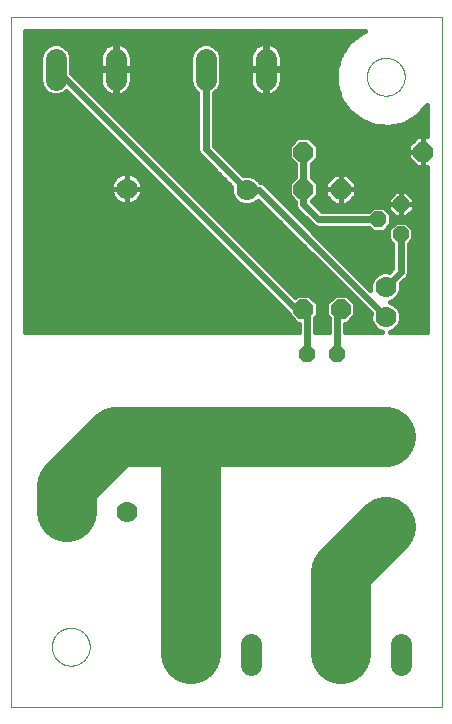
<source format=gbl>
G75*
%MOIN*%
%OFA0B0*%
%FSLAX25Y25*%
%IPPOS*%
%LPD*%
%AMOC8*
5,1,8,0,0,1.08239X$1,22.5*
%
%ADD10C,0.00000*%
%ADD11C,0.07050*%
%ADD12C,0.07000*%
%ADD13OC8,0.05200*%
%ADD14OC8,0.06600*%
%ADD15C,0.01600*%
%ADD16C,0.20000*%
%ADD17C,0.02400*%
D10*
X0006800Y0001000D02*
X0006800Y0230961D01*
X0150501Y0230961D01*
X0150501Y0001000D01*
X0006800Y0001000D01*
X0020501Y0021000D02*
X0020503Y0021158D01*
X0020509Y0021316D01*
X0020519Y0021474D01*
X0020533Y0021632D01*
X0020551Y0021789D01*
X0020572Y0021946D01*
X0020598Y0022102D01*
X0020628Y0022258D01*
X0020661Y0022413D01*
X0020699Y0022566D01*
X0020740Y0022719D01*
X0020785Y0022871D01*
X0020834Y0023022D01*
X0020887Y0023171D01*
X0020943Y0023319D01*
X0021003Y0023465D01*
X0021067Y0023610D01*
X0021135Y0023753D01*
X0021206Y0023895D01*
X0021280Y0024035D01*
X0021358Y0024172D01*
X0021440Y0024308D01*
X0021524Y0024442D01*
X0021613Y0024573D01*
X0021704Y0024702D01*
X0021799Y0024829D01*
X0021896Y0024954D01*
X0021997Y0025076D01*
X0022101Y0025195D01*
X0022208Y0025312D01*
X0022318Y0025426D01*
X0022431Y0025537D01*
X0022546Y0025646D01*
X0022664Y0025751D01*
X0022785Y0025853D01*
X0022908Y0025953D01*
X0023034Y0026049D01*
X0023162Y0026142D01*
X0023292Y0026232D01*
X0023425Y0026318D01*
X0023560Y0026402D01*
X0023696Y0026481D01*
X0023835Y0026558D01*
X0023976Y0026630D01*
X0024118Y0026700D01*
X0024262Y0026765D01*
X0024408Y0026827D01*
X0024555Y0026885D01*
X0024704Y0026940D01*
X0024854Y0026991D01*
X0025005Y0027038D01*
X0025157Y0027081D01*
X0025310Y0027120D01*
X0025465Y0027156D01*
X0025620Y0027187D01*
X0025776Y0027215D01*
X0025932Y0027239D01*
X0026089Y0027259D01*
X0026247Y0027275D01*
X0026404Y0027287D01*
X0026563Y0027295D01*
X0026721Y0027299D01*
X0026879Y0027299D01*
X0027037Y0027295D01*
X0027196Y0027287D01*
X0027353Y0027275D01*
X0027511Y0027259D01*
X0027668Y0027239D01*
X0027824Y0027215D01*
X0027980Y0027187D01*
X0028135Y0027156D01*
X0028290Y0027120D01*
X0028443Y0027081D01*
X0028595Y0027038D01*
X0028746Y0026991D01*
X0028896Y0026940D01*
X0029045Y0026885D01*
X0029192Y0026827D01*
X0029338Y0026765D01*
X0029482Y0026700D01*
X0029624Y0026630D01*
X0029765Y0026558D01*
X0029904Y0026481D01*
X0030040Y0026402D01*
X0030175Y0026318D01*
X0030308Y0026232D01*
X0030438Y0026142D01*
X0030566Y0026049D01*
X0030692Y0025953D01*
X0030815Y0025853D01*
X0030936Y0025751D01*
X0031054Y0025646D01*
X0031169Y0025537D01*
X0031282Y0025426D01*
X0031392Y0025312D01*
X0031499Y0025195D01*
X0031603Y0025076D01*
X0031704Y0024954D01*
X0031801Y0024829D01*
X0031896Y0024702D01*
X0031987Y0024573D01*
X0032076Y0024442D01*
X0032160Y0024308D01*
X0032242Y0024172D01*
X0032320Y0024035D01*
X0032394Y0023895D01*
X0032465Y0023753D01*
X0032533Y0023610D01*
X0032597Y0023465D01*
X0032657Y0023319D01*
X0032713Y0023171D01*
X0032766Y0023022D01*
X0032815Y0022871D01*
X0032860Y0022719D01*
X0032901Y0022566D01*
X0032939Y0022413D01*
X0032972Y0022258D01*
X0033002Y0022102D01*
X0033028Y0021946D01*
X0033049Y0021789D01*
X0033067Y0021632D01*
X0033081Y0021474D01*
X0033091Y0021316D01*
X0033097Y0021158D01*
X0033099Y0021000D01*
X0033097Y0020842D01*
X0033091Y0020684D01*
X0033081Y0020526D01*
X0033067Y0020368D01*
X0033049Y0020211D01*
X0033028Y0020054D01*
X0033002Y0019898D01*
X0032972Y0019742D01*
X0032939Y0019587D01*
X0032901Y0019434D01*
X0032860Y0019281D01*
X0032815Y0019129D01*
X0032766Y0018978D01*
X0032713Y0018829D01*
X0032657Y0018681D01*
X0032597Y0018535D01*
X0032533Y0018390D01*
X0032465Y0018247D01*
X0032394Y0018105D01*
X0032320Y0017965D01*
X0032242Y0017828D01*
X0032160Y0017692D01*
X0032076Y0017558D01*
X0031987Y0017427D01*
X0031896Y0017298D01*
X0031801Y0017171D01*
X0031704Y0017046D01*
X0031603Y0016924D01*
X0031499Y0016805D01*
X0031392Y0016688D01*
X0031282Y0016574D01*
X0031169Y0016463D01*
X0031054Y0016354D01*
X0030936Y0016249D01*
X0030815Y0016147D01*
X0030692Y0016047D01*
X0030566Y0015951D01*
X0030438Y0015858D01*
X0030308Y0015768D01*
X0030175Y0015682D01*
X0030040Y0015598D01*
X0029904Y0015519D01*
X0029765Y0015442D01*
X0029624Y0015370D01*
X0029482Y0015300D01*
X0029338Y0015235D01*
X0029192Y0015173D01*
X0029045Y0015115D01*
X0028896Y0015060D01*
X0028746Y0015009D01*
X0028595Y0014962D01*
X0028443Y0014919D01*
X0028290Y0014880D01*
X0028135Y0014844D01*
X0027980Y0014813D01*
X0027824Y0014785D01*
X0027668Y0014761D01*
X0027511Y0014741D01*
X0027353Y0014725D01*
X0027196Y0014713D01*
X0027037Y0014705D01*
X0026879Y0014701D01*
X0026721Y0014701D01*
X0026563Y0014705D01*
X0026404Y0014713D01*
X0026247Y0014725D01*
X0026089Y0014741D01*
X0025932Y0014761D01*
X0025776Y0014785D01*
X0025620Y0014813D01*
X0025465Y0014844D01*
X0025310Y0014880D01*
X0025157Y0014919D01*
X0025005Y0014962D01*
X0024854Y0015009D01*
X0024704Y0015060D01*
X0024555Y0015115D01*
X0024408Y0015173D01*
X0024262Y0015235D01*
X0024118Y0015300D01*
X0023976Y0015370D01*
X0023835Y0015442D01*
X0023696Y0015519D01*
X0023560Y0015598D01*
X0023425Y0015682D01*
X0023292Y0015768D01*
X0023162Y0015858D01*
X0023034Y0015951D01*
X0022908Y0016047D01*
X0022785Y0016147D01*
X0022664Y0016249D01*
X0022546Y0016354D01*
X0022431Y0016463D01*
X0022318Y0016574D01*
X0022208Y0016688D01*
X0022101Y0016805D01*
X0021997Y0016924D01*
X0021896Y0017046D01*
X0021799Y0017171D01*
X0021704Y0017298D01*
X0021613Y0017427D01*
X0021524Y0017558D01*
X0021440Y0017692D01*
X0021358Y0017828D01*
X0021280Y0017965D01*
X0021206Y0018105D01*
X0021135Y0018247D01*
X0021067Y0018390D01*
X0021003Y0018535D01*
X0020943Y0018681D01*
X0020887Y0018829D01*
X0020834Y0018978D01*
X0020785Y0019129D01*
X0020740Y0019281D01*
X0020699Y0019434D01*
X0020661Y0019587D01*
X0020628Y0019742D01*
X0020598Y0019898D01*
X0020572Y0020054D01*
X0020551Y0020211D01*
X0020533Y0020368D01*
X0020519Y0020526D01*
X0020509Y0020684D01*
X0020503Y0020842D01*
X0020501Y0021000D01*
X0125501Y0211000D02*
X0125503Y0211158D01*
X0125509Y0211316D01*
X0125519Y0211474D01*
X0125533Y0211632D01*
X0125551Y0211789D01*
X0125572Y0211946D01*
X0125598Y0212102D01*
X0125628Y0212258D01*
X0125661Y0212413D01*
X0125699Y0212566D01*
X0125740Y0212719D01*
X0125785Y0212871D01*
X0125834Y0213022D01*
X0125887Y0213171D01*
X0125943Y0213319D01*
X0126003Y0213465D01*
X0126067Y0213610D01*
X0126135Y0213753D01*
X0126206Y0213895D01*
X0126280Y0214035D01*
X0126358Y0214172D01*
X0126440Y0214308D01*
X0126524Y0214442D01*
X0126613Y0214573D01*
X0126704Y0214702D01*
X0126799Y0214829D01*
X0126896Y0214954D01*
X0126997Y0215076D01*
X0127101Y0215195D01*
X0127208Y0215312D01*
X0127318Y0215426D01*
X0127431Y0215537D01*
X0127546Y0215646D01*
X0127664Y0215751D01*
X0127785Y0215853D01*
X0127908Y0215953D01*
X0128034Y0216049D01*
X0128162Y0216142D01*
X0128292Y0216232D01*
X0128425Y0216318D01*
X0128560Y0216402D01*
X0128696Y0216481D01*
X0128835Y0216558D01*
X0128976Y0216630D01*
X0129118Y0216700D01*
X0129262Y0216765D01*
X0129408Y0216827D01*
X0129555Y0216885D01*
X0129704Y0216940D01*
X0129854Y0216991D01*
X0130005Y0217038D01*
X0130157Y0217081D01*
X0130310Y0217120D01*
X0130465Y0217156D01*
X0130620Y0217187D01*
X0130776Y0217215D01*
X0130932Y0217239D01*
X0131089Y0217259D01*
X0131247Y0217275D01*
X0131404Y0217287D01*
X0131563Y0217295D01*
X0131721Y0217299D01*
X0131879Y0217299D01*
X0132037Y0217295D01*
X0132196Y0217287D01*
X0132353Y0217275D01*
X0132511Y0217259D01*
X0132668Y0217239D01*
X0132824Y0217215D01*
X0132980Y0217187D01*
X0133135Y0217156D01*
X0133290Y0217120D01*
X0133443Y0217081D01*
X0133595Y0217038D01*
X0133746Y0216991D01*
X0133896Y0216940D01*
X0134045Y0216885D01*
X0134192Y0216827D01*
X0134338Y0216765D01*
X0134482Y0216700D01*
X0134624Y0216630D01*
X0134765Y0216558D01*
X0134904Y0216481D01*
X0135040Y0216402D01*
X0135175Y0216318D01*
X0135308Y0216232D01*
X0135438Y0216142D01*
X0135566Y0216049D01*
X0135692Y0215953D01*
X0135815Y0215853D01*
X0135936Y0215751D01*
X0136054Y0215646D01*
X0136169Y0215537D01*
X0136282Y0215426D01*
X0136392Y0215312D01*
X0136499Y0215195D01*
X0136603Y0215076D01*
X0136704Y0214954D01*
X0136801Y0214829D01*
X0136896Y0214702D01*
X0136987Y0214573D01*
X0137076Y0214442D01*
X0137160Y0214308D01*
X0137242Y0214172D01*
X0137320Y0214035D01*
X0137394Y0213895D01*
X0137465Y0213753D01*
X0137533Y0213610D01*
X0137597Y0213465D01*
X0137657Y0213319D01*
X0137713Y0213171D01*
X0137766Y0213022D01*
X0137815Y0212871D01*
X0137860Y0212719D01*
X0137901Y0212566D01*
X0137939Y0212413D01*
X0137972Y0212258D01*
X0138002Y0212102D01*
X0138028Y0211946D01*
X0138049Y0211789D01*
X0138067Y0211632D01*
X0138081Y0211474D01*
X0138091Y0211316D01*
X0138097Y0211158D01*
X0138099Y0211000D01*
X0138097Y0210842D01*
X0138091Y0210684D01*
X0138081Y0210526D01*
X0138067Y0210368D01*
X0138049Y0210211D01*
X0138028Y0210054D01*
X0138002Y0209898D01*
X0137972Y0209742D01*
X0137939Y0209587D01*
X0137901Y0209434D01*
X0137860Y0209281D01*
X0137815Y0209129D01*
X0137766Y0208978D01*
X0137713Y0208829D01*
X0137657Y0208681D01*
X0137597Y0208535D01*
X0137533Y0208390D01*
X0137465Y0208247D01*
X0137394Y0208105D01*
X0137320Y0207965D01*
X0137242Y0207828D01*
X0137160Y0207692D01*
X0137076Y0207558D01*
X0136987Y0207427D01*
X0136896Y0207298D01*
X0136801Y0207171D01*
X0136704Y0207046D01*
X0136603Y0206924D01*
X0136499Y0206805D01*
X0136392Y0206688D01*
X0136282Y0206574D01*
X0136169Y0206463D01*
X0136054Y0206354D01*
X0135936Y0206249D01*
X0135815Y0206147D01*
X0135692Y0206047D01*
X0135566Y0205951D01*
X0135438Y0205858D01*
X0135308Y0205768D01*
X0135175Y0205682D01*
X0135040Y0205598D01*
X0134904Y0205519D01*
X0134765Y0205442D01*
X0134624Y0205370D01*
X0134482Y0205300D01*
X0134338Y0205235D01*
X0134192Y0205173D01*
X0134045Y0205115D01*
X0133896Y0205060D01*
X0133746Y0205009D01*
X0133595Y0204962D01*
X0133443Y0204919D01*
X0133290Y0204880D01*
X0133135Y0204844D01*
X0132980Y0204813D01*
X0132824Y0204785D01*
X0132668Y0204761D01*
X0132511Y0204741D01*
X0132353Y0204725D01*
X0132196Y0204713D01*
X0132037Y0204705D01*
X0131879Y0204701D01*
X0131721Y0204701D01*
X0131563Y0204705D01*
X0131404Y0204713D01*
X0131247Y0204725D01*
X0131089Y0204741D01*
X0130932Y0204761D01*
X0130776Y0204785D01*
X0130620Y0204813D01*
X0130465Y0204844D01*
X0130310Y0204880D01*
X0130157Y0204919D01*
X0130005Y0204962D01*
X0129854Y0205009D01*
X0129704Y0205060D01*
X0129555Y0205115D01*
X0129408Y0205173D01*
X0129262Y0205235D01*
X0129118Y0205300D01*
X0128976Y0205370D01*
X0128835Y0205442D01*
X0128696Y0205519D01*
X0128560Y0205598D01*
X0128425Y0205682D01*
X0128292Y0205768D01*
X0128162Y0205858D01*
X0128034Y0205951D01*
X0127908Y0206047D01*
X0127785Y0206147D01*
X0127664Y0206249D01*
X0127546Y0206354D01*
X0127431Y0206463D01*
X0127318Y0206574D01*
X0127208Y0206688D01*
X0127101Y0206805D01*
X0126997Y0206924D01*
X0126896Y0207046D01*
X0126799Y0207171D01*
X0126704Y0207298D01*
X0126613Y0207427D01*
X0126524Y0207558D01*
X0126440Y0207692D01*
X0126358Y0207828D01*
X0126280Y0207965D01*
X0126206Y0208105D01*
X0126135Y0208247D01*
X0126067Y0208390D01*
X0126003Y0208535D01*
X0125943Y0208681D01*
X0125887Y0208829D01*
X0125834Y0208978D01*
X0125785Y0209129D01*
X0125740Y0209281D01*
X0125699Y0209434D01*
X0125661Y0209587D01*
X0125628Y0209742D01*
X0125598Y0209898D01*
X0125572Y0210054D01*
X0125551Y0210211D01*
X0125533Y0210368D01*
X0125519Y0210526D01*
X0125509Y0210684D01*
X0125503Y0210842D01*
X0125501Y0211000D01*
D11*
X0091800Y0209975D02*
X0091800Y0217025D01*
X0071800Y0217025D02*
X0071800Y0209975D01*
X0041800Y0209975D02*
X0041800Y0217025D01*
X0021800Y0217025D02*
X0021800Y0209975D01*
X0066800Y0022025D02*
X0066800Y0014975D01*
X0086800Y0014975D02*
X0086800Y0022025D01*
X0116800Y0022025D02*
X0116800Y0014975D01*
X0136800Y0014975D02*
X0136800Y0022025D01*
D12*
X0131800Y0061000D03*
X0131800Y0091000D03*
X0131800Y0131000D03*
X0131800Y0141000D03*
X0085402Y0173205D03*
X0045402Y0173717D03*
X0045402Y0066000D03*
X0025402Y0066000D03*
D13*
X0105550Y0118500D03*
X0115550Y0118500D03*
X0136800Y0158500D03*
X0136800Y0168500D03*
X0129300Y0163500D03*
D14*
X0116800Y0173500D03*
X0104300Y0173500D03*
X0104300Y0186000D03*
X0104300Y0133500D03*
X0116800Y0133500D03*
X0144300Y0186000D03*
D15*
X0144300Y0186000D01*
X0144300Y0191100D01*
X0145701Y0191100D01*
X0145701Y0201578D01*
X0145681Y0201536D01*
X0145681Y0201536D01*
X0142275Y0197865D01*
X0142275Y0197865D01*
X0142275Y0197865D01*
X0137938Y0195361D01*
X0137938Y0195361D01*
X0133055Y0194247D01*
X0133055Y0194247D01*
X0128062Y0194621D01*
X0128062Y0194621D01*
X0123400Y0196451D01*
X0123400Y0196451D01*
X0119485Y0199573D01*
X0119485Y0199573D01*
X0119485Y0199573D01*
X0116664Y0203711D01*
X0116664Y0203711D01*
X0115188Y0208496D01*
X0115188Y0213504D01*
X0116664Y0218289D01*
X0116664Y0218289D01*
X0119485Y0222427D01*
X0119485Y0222427D01*
X0123400Y0225549D01*
X0123400Y0225549D01*
X0124958Y0226161D01*
X0011600Y0226161D01*
X0011600Y0126000D01*
X0102750Y0126000D01*
X0102750Y0128600D01*
X0102270Y0128600D01*
X0099400Y0131470D01*
X0099400Y0131940D01*
X0025207Y0206134D01*
X0024703Y0205630D01*
X0022819Y0204850D01*
X0020781Y0204850D01*
X0018897Y0205630D01*
X0017455Y0207072D01*
X0016675Y0208956D01*
X0016675Y0218044D01*
X0017455Y0219928D01*
X0018897Y0221370D01*
X0020781Y0222150D01*
X0022819Y0222150D01*
X0024703Y0221370D01*
X0026145Y0219928D01*
X0026925Y0218044D01*
X0026925Y0212335D01*
X0101565Y0137695D01*
X0102270Y0138400D01*
X0106330Y0138400D01*
X0109200Y0135530D01*
X0109200Y0131470D01*
X0108350Y0130620D01*
X0108350Y0126000D01*
X0112750Y0126000D01*
X0112750Y0130620D01*
X0111900Y0131470D01*
X0111900Y0135530D01*
X0114770Y0138400D01*
X0118830Y0138400D01*
X0121700Y0135530D01*
X0121700Y0131470D01*
X0118830Y0128600D01*
X0118350Y0128600D01*
X0118350Y0126000D01*
X0130544Y0126000D01*
X0128911Y0126676D01*
X0127476Y0128111D01*
X0126700Y0129986D01*
X0126700Y0132014D01*
X0126737Y0132103D01*
X0089125Y0169715D01*
X0088291Y0168881D01*
X0086417Y0168105D01*
X0084388Y0168105D01*
X0082513Y0168881D01*
X0081079Y0170316D01*
X0080302Y0172190D01*
X0080302Y0174219D01*
X0080339Y0174308D01*
X0069426Y0185221D01*
X0069000Y0186250D01*
X0069000Y0205588D01*
X0068897Y0205630D01*
X0067455Y0207072D01*
X0066675Y0208956D01*
X0066675Y0218044D01*
X0067455Y0219928D01*
X0068897Y0221370D01*
X0070781Y0222150D01*
X0072819Y0222150D01*
X0074703Y0221370D01*
X0076145Y0219928D01*
X0076925Y0218044D01*
X0076925Y0208956D01*
X0076145Y0207072D01*
X0074703Y0205630D01*
X0074600Y0205588D01*
X0074600Y0187967D01*
X0084299Y0178268D01*
X0084388Y0178305D01*
X0086417Y0178305D01*
X0088291Y0177528D01*
X0089726Y0176094D01*
X0089763Y0176005D01*
X0090152Y0176005D01*
X0091181Y0175578D01*
X0126700Y0140060D01*
X0126700Y0142014D01*
X0127476Y0143889D01*
X0128911Y0145324D01*
X0130786Y0146100D01*
X0132814Y0146100D01*
X0132903Y0146063D01*
X0134000Y0147160D01*
X0134000Y0155360D01*
X0132600Y0156760D01*
X0132600Y0160240D01*
X0135060Y0162700D01*
X0138540Y0162700D01*
X0141000Y0160240D01*
X0141000Y0156760D01*
X0139600Y0155360D01*
X0139600Y0145443D01*
X0139174Y0144414D01*
X0136863Y0142103D01*
X0136900Y0142014D01*
X0136900Y0139986D01*
X0136124Y0138111D01*
X0134689Y0136676D01*
X0133056Y0136000D01*
X0134689Y0135324D01*
X0136124Y0133889D01*
X0136900Y0132014D01*
X0136900Y0129986D01*
X0136124Y0128111D01*
X0134689Y0126676D01*
X0133056Y0126000D01*
X0145701Y0126000D01*
X0145701Y0180900D01*
X0144300Y0180900D01*
X0144300Y0186000D01*
X0144300Y0186000D01*
X0144300Y0186000D01*
X0139200Y0186000D01*
X0139200Y0188112D01*
X0142188Y0191100D01*
X0144300Y0191100D01*
X0144300Y0186000D01*
X0144300Y0180900D01*
X0142188Y0180900D01*
X0139200Y0183888D01*
X0139200Y0186000D01*
X0144300Y0186000D01*
X0144300Y0186427D02*
X0144300Y0186427D01*
X0144300Y0184829D02*
X0144300Y0184829D01*
X0144300Y0183230D02*
X0144300Y0183230D01*
X0144300Y0181632D02*
X0144300Y0181632D01*
X0145701Y0180033D02*
X0107100Y0180033D01*
X0107100Y0178435D02*
X0114522Y0178435D01*
X0114688Y0178600D02*
X0111700Y0175612D01*
X0111700Y0173500D01*
X0116800Y0173500D01*
X0116800Y0173500D01*
X0116800Y0178600D01*
X0118912Y0178600D01*
X0121900Y0175612D01*
X0121900Y0173500D01*
X0116800Y0173500D01*
X0116800Y0173500D01*
X0116800Y0173500D01*
X0116800Y0178600D01*
X0114688Y0178600D01*
X0112924Y0176836D02*
X0107893Y0176836D01*
X0107100Y0177630D02*
X0107100Y0181870D01*
X0109200Y0183970D01*
X0109200Y0188030D01*
X0106330Y0190900D01*
X0102270Y0190900D01*
X0099400Y0188030D01*
X0099400Y0183970D01*
X0101500Y0181870D01*
X0101500Y0177630D01*
X0099400Y0175530D01*
X0099400Y0171470D01*
X0101500Y0169370D01*
X0101500Y0167943D01*
X0101926Y0166914D01*
X0107714Y0161126D01*
X0108743Y0160700D01*
X0126160Y0160700D01*
X0127560Y0159300D01*
X0131040Y0159300D01*
X0133500Y0161760D01*
X0133500Y0165240D01*
X0131040Y0167700D01*
X0127560Y0167700D01*
X0126160Y0166300D01*
X0110460Y0166300D01*
X0107245Y0169515D01*
X0109200Y0171470D01*
X0109200Y0175530D01*
X0107100Y0177630D01*
X0109200Y0175238D02*
X0111700Y0175238D01*
X0111700Y0173639D02*
X0109200Y0173639D01*
X0109200Y0172041D02*
X0111700Y0172041D01*
X0111700Y0171388D02*
X0114688Y0168400D01*
X0116800Y0168400D01*
X0118912Y0168400D01*
X0121900Y0171388D01*
X0121900Y0173500D01*
X0116800Y0173500D01*
X0116800Y0168400D01*
X0116800Y0173500D01*
X0116800Y0173500D01*
X0111700Y0173500D01*
X0111700Y0171388D01*
X0112645Y0170442D02*
X0108172Y0170442D01*
X0107916Y0168844D02*
X0114244Y0168844D01*
X0116800Y0168844D02*
X0116800Y0168844D01*
X0116800Y0170442D02*
X0116800Y0170442D01*
X0116800Y0172041D02*
X0116800Y0172041D01*
X0116800Y0173639D02*
X0116800Y0173639D01*
X0116800Y0175238D02*
X0116800Y0175238D01*
X0116800Y0176836D02*
X0116800Y0176836D01*
X0116800Y0178435D02*
X0116800Y0178435D01*
X0119078Y0178435D02*
X0145701Y0178435D01*
X0145701Y0176836D02*
X0120676Y0176836D01*
X0121900Y0175238D02*
X0145701Y0175238D01*
X0145701Y0173639D02*
X0121900Y0173639D01*
X0121900Y0172041D02*
X0134118Y0172041D01*
X0134977Y0172900D02*
X0132400Y0170323D01*
X0132400Y0168500D01*
X0136800Y0168500D01*
X0136800Y0168500D01*
X0136800Y0172900D01*
X0138623Y0172900D01*
X0141200Y0170323D01*
X0141200Y0168500D01*
X0136800Y0168500D01*
X0136800Y0168500D01*
X0136800Y0168500D01*
X0136800Y0172900D01*
X0134977Y0172900D01*
X0132520Y0170442D02*
X0120955Y0170442D01*
X0119356Y0168844D02*
X0132400Y0168844D01*
X0132400Y0168500D02*
X0132400Y0166677D01*
X0134977Y0164100D01*
X0136800Y0164100D01*
X0138623Y0164100D01*
X0141200Y0166677D01*
X0141200Y0168500D01*
X0136800Y0168500D01*
X0136800Y0164100D01*
X0136800Y0168500D01*
X0136800Y0168500D01*
X0132400Y0168500D01*
X0132400Y0167245D02*
X0131495Y0167245D01*
X0133093Y0165647D02*
X0133431Y0165647D01*
X0133500Y0164048D02*
X0145701Y0164048D01*
X0145701Y0162450D02*
X0138790Y0162450D01*
X0140389Y0160851D02*
X0145701Y0160851D01*
X0145701Y0159253D02*
X0141000Y0159253D01*
X0141000Y0157654D02*
X0145701Y0157654D01*
X0145701Y0156056D02*
X0140295Y0156056D01*
X0139600Y0154457D02*
X0145701Y0154457D01*
X0145701Y0152859D02*
X0139600Y0152859D01*
X0139600Y0151260D02*
X0145701Y0151260D01*
X0145701Y0149662D02*
X0139600Y0149662D01*
X0139600Y0148063D02*
X0145701Y0148063D01*
X0145701Y0146465D02*
X0139600Y0146465D01*
X0139361Y0144866D02*
X0145701Y0144866D01*
X0145701Y0143268D02*
X0138027Y0143268D01*
X0136900Y0141669D02*
X0145701Y0141669D01*
X0145701Y0140070D02*
X0136900Y0140070D01*
X0136273Y0138472D02*
X0145701Y0138472D01*
X0145701Y0136873D02*
X0134886Y0136873D01*
X0134738Y0135275D02*
X0145701Y0135275D01*
X0145701Y0133676D02*
X0136212Y0133676D01*
X0136874Y0132078D02*
X0145701Y0132078D01*
X0145701Y0130479D02*
X0136900Y0130479D01*
X0136442Y0128881D02*
X0145701Y0128881D01*
X0145701Y0127282D02*
X0135295Y0127282D01*
X0128305Y0127282D02*
X0118350Y0127282D01*
X0119111Y0128881D02*
X0127158Y0128881D01*
X0126700Y0130479D02*
X0120709Y0130479D01*
X0121700Y0132078D02*
X0126726Y0132078D01*
X0125164Y0133676D02*
X0121700Y0133676D01*
X0121700Y0135275D02*
X0123565Y0135275D01*
X0121967Y0136873D02*
X0120356Y0136873D01*
X0120368Y0138472D02*
X0100788Y0138472D01*
X0099189Y0140070D02*
X0118770Y0140070D01*
X0117171Y0141669D02*
X0097591Y0141669D01*
X0095992Y0143268D02*
X0115573Y0143268D01*
X0113974Y0144866D02*
X0094394Y0144866D01*
X0092795Y0146465D02*
X0112376Y0146465D01*
X0110777Y0148063D02*
X0091197Y0148063D01*
X0089598Y0149662D02*
X0109179Y0149662D01*
X0107580Y0151260D02*
X0088000Y0151260D01*
X0086401Y0152859D02*
X0105982Y0152859D01*
X0104383Y0154457D02*
X0084803Y0154457D01*
X0083204Y0156056D02*
X0102785Y0156056D01*
X0101186Y0157654D02*
X0081606Y0157654D01*
X0080007Y0159253D02*
X0099588Y0159253D01*
X0097989Y0160851D02*
X0078409Y0160851D01*
X0076810Y0162450D02*
X0096391Y0162450D01*
X0094792Y0164048D02*
X0075212Y0164048D01*
X0073613Y0165647D02*
X0093194Y0165647D01*
X0091595Y0167245D02*
X0072015Y0167245D01*
X0070416Y0168844D02*
X0082604Y0168844D01*
X0081026Y0170442D02*
X0068818Y0170442D01*
X0067219Y0172041D02*
X0080364Y0172041D01*
X0080302Y0173639D02*
X0065621Y0173639D01*
X0064022Y0175238D02*
X0079410Y0175238D01*
X0077811Y0176836D02*
X0062424Y0176836D01*
X0060825Y0178435D02*
X0076213Y0178435D01*
X0074614Y0180033D02*
X0059227Y0180033D01*
X0057628Y0181632D02*
X0073016Y0181632D01*
X0071417Y0183230D02*
X0056029Y0183230D01*
X0054431Y0184829D02*
X0069818Y0184829D01*
X0069000Y0186427D02*
X0052832Y0186427D01*
X0051234Y0188026D02*
X0069000Y0188026D01*
X0069000Y0189624D02*
X0049635Y0189624D01*
X0048037Y0191223D02*
X0069000Y0191223D01*
X0069000Y0192821D02*
X0046438Y0192821D01*
X0044840Y0194420D02*
X0069000Y0194420D01*
X0069000Y0196018D02*
X0043241Y0196018D01*
X0041643Y0197617D02*
X0069000Y0197617D01*
X0069000Y0199215D02*
X0040044Y0199215D01*
X0038446Y0200814D02*
X0069000Y0200814D01*
X0069000Y0202412D02*
X0036847Y0202412D01*
X0035249Y0204011D02*
X0069000Y0204011D01*
X0068947Y0205609D02*
X0044851Y0205609D01*
X0044591Y0205421D02*
X0045269Y0205913D01*
X0045862Y0206506D01*
X0046354Y0207184D01*
X0046735Y0207931D01*
X0046994Y0208728D01*
X0047125Y0209556D01*
X0047125Y0213125D01*
X0042175Y0213125D01*
X0042175Y0213875D01*
X0041425Y0213875D01*
X0041425Y0222350D01*
X0041381Y0222350D01*
X0040553Y0222219D01*
X0039756Y0221960D01*
X0039009Y0221579D01*
X0038331Y0221087D01*
X0037738Y0220494D01*
X0037246Y0219816D01*
X0036865Y0219069D01*
X0036606Y0218272D01*
X0036475Y0217444D01*
X0036475Y0213875D01*
X0041425Y0213875D01*
X0041425Y0213125D01*
X0036475Y0213125D01*
X0036475Y0209556D01*
X0036606Y0208728D01*
X0036865Y0207931D01*
X0037246Y0207184D01*
X0037738Y0206506D01*
X0038331Y0205913D01*
X0039009Y0205421D01*
X0039756Y0205040D01*
X0040553Y0204781D01*
X0041381Y0204650D01*
X0041425Y0204650D01*
X0041425Y0213125D01*
X0042175Y0213125D01*
X0042175Y0204650D01*
X0042219Y0204650D01*
X0043047Y0204781D01*
X0043844Y0205040D01*
X0044591Y0205421D01*
X0046366Y0207208D02*
X0067399Y0207208D01*
X0066737Y0208806D02*
X0047006Y0208806D01*
X0047125Y0210405D02*
X0066675Y0210405D01*
X0066675Y0212003D02*
X0047125Y0212003D01*
X0047125Y0213875D02*
X0047125Y0217444D01*
X0046994Y0218272D01*
X0046735Y0219069D01*
X0046354Y0219816D01*
X0045862Y0220494D01*
X0045269Y0221087D01*
X0044591Y0221579D01*
X0043844Y0221960D01*
X0043047Y0222219D01*
X0042219Y0222350D01*
X0042175Y0222350D01*
X0042175Y0213875D01*
X0047125Y0213875D01*
X0047125Y0215201D02*
X0066675Y0215201D01*
X0066675Y0216799D02*
X0047125Y0216799D01*
X0046953Y0218398D02*
X0066821Y0218398D01*
X0067523Y0219996D02*
X0046223Y0219996D01*
X0044561Y0221595D02*
X0069440Y0221595D01*
X0074160Y0221595D02*
X0089039Y0221595D01*
X0089009Y0221579D02*
X0088331Y0221087D01*
X0087738Y0220494D01*
X0087246Y0219816D01*
X0086865Y0219069D01*
X0086606Y0218272D01*
X0086475Y0217444D01*
X0086475Y0213875D01*
X0091425Y0213875D01*
X0091425Y0222350D01*
X0091381Y0222350D01*
X0090553Y0222219D01*
X0089756Y0221960D01*
X0089009Y0221579D01*
X0087377Y0219996D02*
X0076077Y0219996D01*
X0076779Y0218398D02*
X0086647Y0218398D01*
X0086475Y0216799D02*
X0076925Y0216799D01*
X0076925Y0215201D02*
X0086475Y0215201D01*
X0086475Y0213125D02*
X0086475Y0209556D01*
X0086606Y0208728D01*
X0086865Y0207931D01*
X0087246Y0207184D01*
X0087738Y0206506D01*
X0088331Y0205913D01*
X0089009Y0205421D01*
X0089756Y0205040D01*
X0090553Y0204781D01*
X0091381Y0204650D01*
X0091425Y0204650D01*
X0091425Y0213125D01*
X0086475Y0213125D01*
X0086475Y0212003D02*
X0076925Y0212003D01*
X0076925Y0210405D02*
X0086475Y0210405D01*
X0086594Y0208806D02*
X0076863Y0208806D01*
X0076201Y0207208D02*
X0087233Y0207208D01*
X0088749Y0205609D02*
X0074653Y0205609D01*
X0074600Y0204011D02*
X0116571Y0204011D01*
X0116078Y0205609D02*
X0094851Y0205609D01*
X0094591Y0205421D02*
X0095269Y0205913D01*
X0095862Y0206506D01*
X0096354Y0207184D01*
X0096735Y0207931D01*
X0096994Y0208728D01*
X0097125Y0209556D01*
X0097125Y0213125D01*
X0092175Y0213125D01*
X0092175Y0213875D01*
X0091425Y0213875D01*
X0091425Y0213125D01*
X0092175Y0213125D01*
X0092175Y0204650D01*
X0092219Y0204650D01*
X0093047Y0204781D01*
X0093844Y0205040D01*
X0094591Y0205421D01*
X0092175Y0205609D02*
X0091425Y0205609D01*
X0091425Y0207208D02*
X0092175Y0207208D01*
X0092175Y0208806D02*
X0091425Y0208806D01*
X0091425Y0210405D02*
X0092175Y0210405D01*
X0092175Y0212003D02*
X0091425Y0212003D01*
X0091425Y0213602D02*
X0076925Y0213602D01*
X0074600Y0202412D02*
X0117549Y0202412D01*
X0118639Y0200814D02*
X0074600Y0200814D01*
X0074600Y0199215D02*
X0119933Y0199215D01*
X0121938Y0197617D02*
X0074600Y0197617D01*
X0074600Y0196018D02*
X0124502Y0196018D01*
X0130748Y0194420D02*
X0074600Y0194420D01*
X0074600Y0192821D02*
X0145701Y0192821D01*
X0145701Y0191223D02*
X0074600Y0191223D01*
X0074600Y0189624D02*
X0100995Y0189624D01*
X0099400Y0188026D02*
X0074600Y0188026D01*
X0076140Y0186427D02*
X0099400Y0186427D01*
X0099400Y0184829D02*
X0077738Y0184829D01*
X0079337Y0183230D02*
X0100140Y0183230D01*
X0101500Y0181632D02*
X0080935Y0181632D01*
X0082534Y0180033D02*
X0101500Y0180033D01*
X0101500Y0178435D02*
X0084132Y0178435D01*
X0088983Y0176836D02*
X0100707Y0176836D01*
X0099400Y0175238D02*
X0091522Y0175238D01*
X0093121Y0173639D02*
X0099400Y0173639D01*
X0099400Y0172041D02*
X0094719Y0172041D01*
X0096318Y0170442D02*
X0100428Y0170442D01*
X0101500Y0168844D02*
X0097916Y0168844D01*
X0099515Y0167245D02*
X0101789Y0167245D01*
X0101113Y0165647D02*
X0103194Y0165647D01*
X0102712Y0164048D02*
X0104792Y0164048D01*
X0104310Y0162450D02*
X0106391Y0162450D01*
X0105909Y0160851D02*
X0108378Y0160851D01*
X0107507Y0159253D02*
X0132600Y0159253D01*
X0132591Y0160851D02*
X0133211Y0160851D01*
X0133500Y0162450D02*
X0134810Y0162450D01*
X0136800Y0165647D02*
X0136800Y0165647D01*
X0136800Y0167245D02*
X0136800Y0167245D01*
X0136800Y0168844D02*
X0136800Y0168844D01*
X0136800Y0170442D02*
X0136800Y0170442D01*
X0136800Y0172041D02*
X0136800Y0172041D01*
X0139482Y0172041D02*
X0145701Y0172041D01*
X0145701Y0170442D02*
X0141080Y0170442D01*
X0141200Y0168844D02*
X0145701Y0168844D01*
X0145701Y0167245D02*
X0141200Y0167245D01*
X0140169Y0165647D02*
X0145701Y0165647D01*
X0134000Y0154457D02*
X0112303Y0154457D01*
X0113901Y0152859D02*
X0134000Y0152859D01*
X0134000Y0151260D02*
X0115500Y0151260D01*
X0117098Y0149662D02*
X0134000Y0149662D01*
X0134000Y0148063D02*
X0118697Y0148063D01*
X0120295Y0146465D02*
X0133305Y0146465D01*
X0128454Y0144866D02*
X0121894Y0144866D01*
X0123492Y0143268D02*
X0127219Y0143268D01*
X0126700Y0141669D02*
X0125091Y0141669D01*
X0126689Y0140070D02*
X0126700Y0140070D01*
X0133305Y0156056D02*
X0110704Y0156056D01*
X0109106Y0157654D02*
X0132600Y0157654D01*
X0127105Y0167245D02*
X0109515Y0167245D01*
X0107100Y0181632D02*
X0141456Y0181632D01*
X0139857Y0183230D02*
X0108460Y0183230D01*
X0109200Y0184829D02*
X0139200Y0184829D01*
X0139200Y0186427D02*
X0109200Y0186427D01*
X0109200Y0188026D02*
X0139200Y0188026D01*
X0140712Y0189624D02*
X0107605Y0189624D01*
X0115585Y0207208D02*
X0096366Y0207208D01*
X0097006Y0208806D02*
X0115188Y0208806D01*
X0115188Y0210405D02*
X0097125Y0210405D01*
X0097125Y0212003D02*
X0115188Y0212003D01*
X0115218Y0213602D02*
X0092175Y0213602D01*
X0092175Y0213875D02*
X0097125Y0213875D01*
X0097125Y0217444D01*
X0096994Y0218272D01*
X0096735Y0219069D01*
X0096354Y0219816D01*
X0095862Y0220494D01*
X0095269Y0221087D01*
X0094591Y0221579D01*
X0093844Y0221960D01*
X0093047Y0222219D01*
X0092219Y0222350D01*
X0092175Y0222350D01*
X0092175Y0213875D01*
X0092175Y0215201D02*
X0091425Y0215201D01*
X0091425Y0216799D02*
X0092175Y0216799D01*
X0092175Y0218398D02*
X0091425Y0218398D01*
X0091425Y0219996D02*
X0092175Y0219996D01*
X0092175Y0221595D02*
X0091425Y0221595D01*
X0094561Y0221595D02*
X0118917Y0221595D01*
X0117827Y0219996D02*
X0096223Y0219996D01*
X0096953Y0218398D02*
X0116738Y0218398D01*
X0116204Y0216799D02*
X0097125Y0216799D01*
X0097125Y0215201D02*
X0115711Y0215201D01*
X0120445Y0223193D02*
X0011600Y0223193D01*
X0011600Y0221595D02*
X0019440Y0221595D01*
X0017523Y0219996D02*
X0011600Y0219996D01*
X0011600Y0218398D02*
X0016821Y0218398D01*
X0016675Y0216799D02*
X0011600Y0216799D01*
X0011600Y0215201D02*
X0016675Y0215201D01*
X0016675Y0213602D02*
X0011600Y0213602D01*
X0011600Y0212003D02*
X0016675Y0212003D01*
X0016675Y0210405D02*
X0011600Y0210405D01*
X0011600Y0208806D02*
X0016737Y0208806D01*
X0017399Y0207208D02*
X0011600Y0207208D01*
X0011600Y0205609D02*
X0018947Y0205609D01*
X0024653Y0205609D02*
X0025731Y0205609D01*
X0027329Y0204011D02*
X0011600Y0204011D01*
X0011600Y0202412D02*
X0028928Y0202412D01*
X0030526Y0200814D02*
X0011600Y0200814D01*
X0011600Y0199215D02*
X0032125Y0199215D01*
X0033723Y0197617D02*
X0011600Y0197617D01*
X0011600Y0196018D02*
X0035322Y0196018D01*
X0036920Y0194420D02*
X0011600Y0194420D01*
X0011600Y0192821D02*
X0038519Y0192821D01*
X0040117Y0191223D02*
X0011600Y0191223D01*
X0011600Y0189624D02*
X0041716Y0189624D01*
X0043314Y0188026D02*
X0011600Y0188026D01*
X0011600Y0186427D02*
X0044913Y0186427D01*
X0046511Y0184829D02*
X0011600Y0184829D01*
X0011600Y0183230D02*
X0048110Y0183230D01*
X0049708Y0181632D02*
X0011600Y0181632D01*
X0011600Y0180033D02*
X0051307Y0180033D01*
X0052905Y0178435D02*
X0047817Y0178435D01*
X0048180Y0178249D02*
X0047437Y0178628D01*
X0046643Y0178886D01*
X0045819Y0179017D01*
X0045402Y0179017D01*
X0044985Y0179017D01*
X0044161Y0178886D01*
X0043368Y0178628D01*
X0042625Y0178249D01*
X0041950Y0177759D01*
X0041360Y0177169D01*
X0040869Y0176494D01*
X0040491Y0175751D01*
X0040233Y0174958D01*
X0040102Y0174134D01*
X0040102Y0173717D01*
X0045402Y0173717D01*
X0045402Y0179017D01*
X0045402Y0173717D01*
X0045402Y0173717D01*
X0045402Y0173716D01*
X0045402Y0173716D01*
X0045402Y0168417D01*
X0044985Y0168417D01*
X0044161Y0168547D01*
X0043368Y0168805D01*
X0042625Y0169184D01*
X0041950Y0169674D01*
X0041360Y0170264D01*
X0040869Y0170939D01*
X0040491Y0171682D01*
X0040233Y0172475D01*
X0040102Y0173299D01*
X0040102Y0173716D01*
X0045402Y0173716D01*
X0045402Y0168417D01*
X0045819Y0168417D01*
X0046643Y0168547D01*
X0047437Y0168805D01*
X0048180Y0169184D01*
X0048855Y0169674D01*
X0049445Y0170264D01*
X0049935Y0170939D01*
X0050314Y0171682D01*
X0050572Y0172475D01*
X0050702Y0173299D01*
X0050702Y0173716D01*
X0045402Y0173716D01*
X0045402Y0173717D01*
X0050702Y0173717D01*
X0050702Y0174134D01*
X0050572Y0174958D01*
X0050314Y0175751D01*
X0049935Y0176494D01*
X0049445Y0177169D01*
X0048855Y0177759D01*
X0048180Y0178249D01*
X0049687Y0176836D02*
X0054504Y0176836D01*
X0056102Y0175238D02*
X0050481Y0175238D01*
X0050702Y0173639D02*
X0057701Y0173639D01*
X0059299Y0172041D02*
X0050431Y0172041D01*
X0049575Y0170442D02*
X0060898Y0170442D01*
X0062497Y0168844D02*
X0047513Y0168844D01*
X0045402Y0168844D02*
X0045402Y0168844D01*
X0045402Y0170442D02*
X0045402Y0170442D01*
X0045402Y0172041D02*
X0045402Y0172041D01*
X0045402Y0173639D02*
X0045402Y0173639D01*
X0045402Y0175238D02*
X0045402Y0175238D01*
X0045402Y0176836D02*
X0045402Y0176836D01*
X0045402Y0178435D02*
X0045402Y0178435D01*
X0042988Y0178435D02*
X0011600Y0178435D01*
X0011600Y0176836D02*
X0041118Y0176836D01*
X0040324Y0175238D02*
X0011600Y0175238D01*
X0011600Y0173639D02*
X0040102Y0173639D01*
X0040374Y0172041D02*
X0011600Y0172041D01*
X0011600Y0170442D02*
X0041230Y0170442D01*
X0043292Y0168844D02*
X0011600Y0168844D01*
X0011600Y0167245D02*
X0064095Y0167245D01*
X0065694Y0165647D02*
X0011600Y0165647D01*
X0011600Y0164048D02*
X0067292Y0164048D01*
X0068891Y0162450D02*
X0011600Y0162450D01*
X0011600Y0160851D02*
X0070489Y0160851D01*
X0072088Y0159253D02*
X0011600Y0159253D01*
X0011600Y0157654D02*
X0073686Y0157654D01*
X0075285Y0156056D02*
X0011600Y0156056D01*
X0011600Y0154457D02*
X0076883Y0154457D01*
X0078482Y0152859D02*
X0011600Y0152859D01*
X0011600Y0151260D02*
X0080080Y0151260D01*
X0081679Y0149662D02*
X0011600Y0149662D01*
X0011600Y0148063D02*
X0083277Y0148063D01*
X0084876Y0146465D02*
X0011600Y0146465D01*
X0011600Y0144866D02*
X0086474Y0144866D01*
X0088073Y0143268D02*
X0011600Y0143268D01*
X0011600Y0141669D02*
X0089671Y0141669D01*
X0091270Y0140070D02*
X0011600Y0140070D01*
X0011600Y0138472D02*
X0092868Y0138472D01*
X0094467Y0136873D02*
X0011600Y0136873D01*
X0011600Y0135275D02*
X0096065Y0135275D01*
X0097664Y0133676D02*
X0011600Y0133676D01*
X0011600Y0132078D02*
X0099262Y0132078D01*
X0100391Y0130479D02*
X0011600Y0130479D01*
X0011600Y0128881D02*
X0101989Y0128881D01*
X0102750Y0127282D02*
X0011600Y0127282D01*
X0033650Y0205609D02*
X0038749Y0205609D01*
X0037233Y0207208D02*
X0032052Y0207208D01*
X0030453Y0208806D02*
X0036594Y0208806D01*
X0036475Y0210405D02*
X0028855Y0210405D01*
X0027256Y0212003D02*
X0036475Y0212003D01*
X0036475Y0215201D02*
X0026925Y0215201D01*
X0026925Y0216799D02*
X0036475Y0216799D01*
X0036647Y0218398D02*
X0026779Y0218398D01*
X0026077Y0219996D02*
X0037377Y0219996D01*
X0039039Y0221595D02*
X0024160Y0221595D01*
X0026925Y0213602D02*
X0041425Y0213602D01*
X0042175Y0213602D02*
X0066675Y0213602D01*
X0042175Y0212003D02*
X0041425Y0212003D01*
X0041425Y0210405D02*
X0042175Y0210405D01*
X0042175Y0208806D02*
X0041425Y0208806D01*
X0041425Y0207208D02*
X0042175Y0207208D01*
X0042175Y0205609D02*
X0041425Y0205609D01*
X0041425Y0215201D02*
X0042175Y0215201D01*
X0042175Y0216799D02*
X0041425Y0216799D01*
X0041425Y0218398D02*
X0042175Y0218398D01*
X0042175Y0219996D02*
X0041425Y0219996D01*
X0041425Y0221595D02*
X0042175Y0221595D01*
X0011600Y0224792D02*
X0122450Y0224792D01*
X0139076Y0196018D02*
X0145701Y0196018D01*
X0145701Y0194420D02*
X0133813Y0194420D01*
X0141844Y0197617D02*
X0145701Y0197617D01*
X0145701Y0199215D02*
X0143527Y0199215D01*
X0145011Y0200814D02*
X0145701Y0200814D01*
X0144300Y0189624D02*
X0144300Y0189624D01*
X0144300Y0188026D02*
X0144300Y0188026D01*
X0113244Y0136873D02*
X0107856Y0136873D01*
X0109200Y0135275D02*
X0111900Y0135275D01*
X0111900Y0133676D02*
X0109200Y0133676D01*
X0109200Y0132078D02*
X0111900Y0132078D01*
X0112750Y0130479D02*
X0108350Y0130479D01*
X0108350Y0128881D02*
X0112750Y0128881D01*
X0112750Y0127282D02*
X0108350Y0127282D01*
X0089997Y0168844D02*
X0088201Y0168844D01*
D16*
X0066800Y0091000D02*
X0041800Y0091000D01*
X0025402Y0074602D01*
X0025402Y0066000D01*
X0066800Y0091000D02*
X0066800Y0018500D01*
X0066800Y0091000D02*
X0131800Y0091000D01*
X0131800Y0061000D02*
X0116800Y0046000D01*
X0116800Y0018500D01*
D17*
X0115550Y0118500D02*
X0115550Y0132250D01*
X0116800Y0133500D01*
X0105550Y0132250D02*
X0105550Y0118500D01*
X0105550Y0132250D02*
X0104300Y0133500D01*
X0101800Y0133500D01*
X0021800Y0213500D01*
X0071800Y0213500D02*
X0071800Y0186807D01*
X0085402Y0173205D01*
X0089595Y0173205D01*
X0131800Y0131000D01*
X0131800Y0141000D02*
X0136800Y0146000D01*
X0136800Y0158500D01*
X0129300Y0163500D02*
X0109300Y0163500D01*
X0104300Y0168500D01*
X0104300Y0173500D01*
X0104300Y0186000D01*
M02*

</source>
